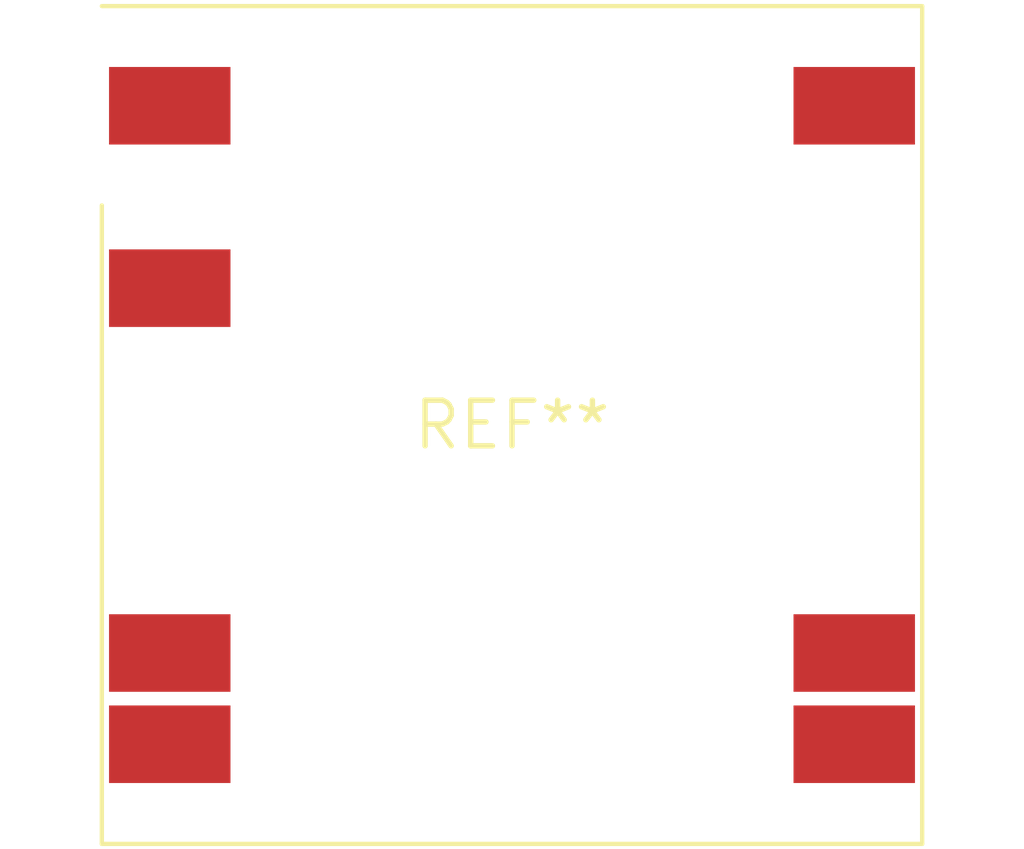
<source format=kicad_pcb>
(kicad_pcb (version 20240108) (generator pcbnew)
  (layers (0 "F.Cu" signal) (31 "B.Cu" signal) (34 "B.Paste" user) (35 "F.Paste" user) (36 "B.SilkS" user "B.Silkscreen") (37 "F.SilkS" user "F.Silkscreen") (38 "B.Mask" user) (39 "F.Mask" user) (44 "Edge.Cuts" user))
  (net 0 "")
  (footprint "Converter_DCDC_Murata_MGJ3" (layer "F.Cu") (at 0 0)
    (property "Reference" "REF**")
    (property "Value" "Converter_DCDC_Murata_MGJ3")
    (fp_line (start -11.415 -6.115) (end -11.415 11.665) (layer "F.SilkS") (stroke (width 0.12)))
    (fp_line (start 11.415 -11.665) (end -11.415 -11.665) (layer "F.SilkS") (stroke (width 0.12)))
    (fp_line (start 11.415 -11.665) (end 11.415 11.665) (layer "F.SilkS") (stroke (width 0.12)))
    (fp_line (start 11.415 11.665) (end -11.415 11.665) (layer "F.SilkS") (stroke (width 0.12)))
    (pad "1" smd rect (at -9.525 -8.89) (size 3.38 2.16) (layers "F.Cu" "F.Paste" "F.Mask"))
    (pad "3" smd rect (at -9.525 -3.81) (size 3.38 2.16) (layers "F.Cu" "F.Paste" "F.Mask"))
    (pad "7" smd rect (at -9.525 6.35) (size 3.38 2.16) (layers "F.Cu" "F.Paste" "F.Mask"))
    (pad "8" smd rect (at -9.525 8.89) (size 3.38 2.16) (layers "F.Cu" "F.Paste" "F.Mask"))
    (pad "9" smd rect (at 9.525 8.89) (size 3.38 2.16) (layers "F.Cu" "F.Paste" "F.Mask"))
    (pad "10" smd rect (at 9.525 6.35) (size 3.38 2.16) (layers "F.Cu" "F.Paste" "F.Mask"))
    (pad "16" smd rect (at 9.525 -8.89) (size 3.38 2.16) (layers "F.Cu" "F.Paste" "F.Mask"))
  )
)
</source>
